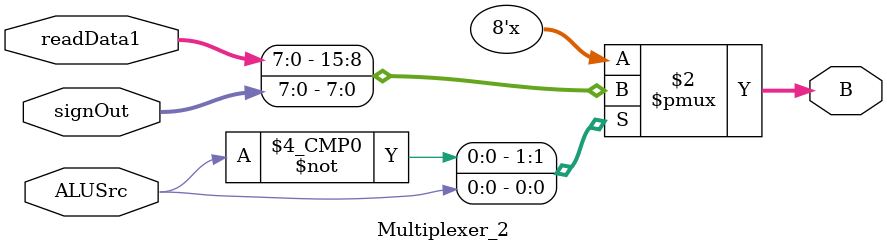
<source format=v>
`timescale 1ns / 1ps


module Multiplexer_2(

    input wire [7:0]signOut, 
    input wire [7:0]readData1,
    input wire ALUSrc,
    output reg [7:0] B
    );
    always @(*) begin
        case(ALUSrc)
            1'b0:  B <= readData1;
            1'b1:  B <= signOut;
        endcase
    end
endmodule

</source>
